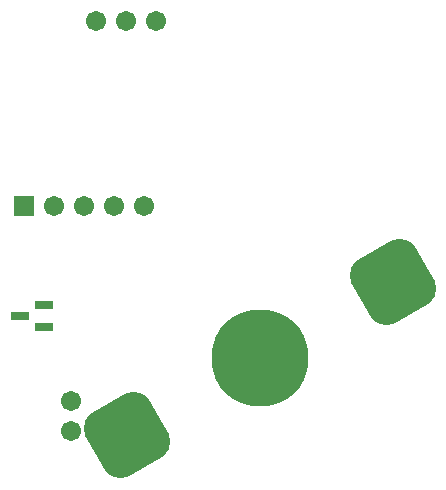
<source format=gbs>
%FSLAX44Y44*%
%MOMM*%
G71*
G01*
G75*
G04 Layer_Color=16711935*
%ADD10C,1.5000*%
%ADD11R,0.8000X0.9000*%
%ADD12R,0.9000X0.8000*%
%ADD13R,1.0500X0.2500*%
%ADD14R,0.2500X1.0500*%
%ADD15R,2.5000X2.5000*%
%ADD16R,1.5000X1.3000*%
%ADD17R,0.8000X1.1000*%
%ADD18R,1.1000X0.8000*%
G04:AMPARAMS|DCode=19|XSize=2.5mm|YSize=2mm|CornerRadius=0.5mm|HoleSize=0mm|Usage=FLASHONLY|Rotation=0.000|XOffset=0mm|YOffset=0mm|HoleType=Round|Shape=RoundedRectangle|*
%AMROUNDEDRECTD19*
21,1,2.5000,1.0000,0,0,0.0*
21,1,1.5000,2.0000,0,0,0.0*
1,1,1.0000,0.7500,-0.5000*
1,1,1.0000,-0.7500,-0.5000*
1,1,1.0000,-0.7500,0.5000*
1,1,1.0000,0.7500,0.5000*
%
%ADD19ROUNDEDRECTD19*%
%ADD20R,2.0000X1.4000*%
%ADD21O,0.3000X2.1000*%
%ADD22O,2.1000X0.3000*%
%ADD23C,0.5000*%
%ADD24C,0.2000*%
%ADD25C,0.7500*%
%ADD26C,0.3000*%
%ADD27C,0.4000*%
%ADD28C,1.5000*%
%ADD29R,1.5000X1.5000*%
%ADD30C,0.8000*%
%ADD31R,1.3000X0.6000*%
%ADD32C,8.0000*%
G04:AMPARAMS|DCode=33|XSize=6mm|YSize=6mm|CornerRadius=1.5mm|HoleSize=0mm|Usage=FLASHONLY|Rotation=300.000|XOffset=0mm|YOffset=0mm|HoleType=Round|Shape=RoundedRectangle|*
%AMROUNDEDRECTD33*
21,1,6.0000,3.0000,0,0,300.0*
21,1,3.0000,6.0000,0,0,300.0*
1,1,3.0000,-0.5490,-2.0490*
1,1,3.0000,-2.0490,0.5490*
1,1,3.0000,0.5490,2.0490*
1,1,3.0000,2.0490,-0.5490*
%
%ADD33ROUNDEDRECTD33*%
%ADD34R,1.0032X1.1032*%
%ADD35R,1.1032X1.0032*%
%ADD36R,1.2532X0.4532*%
%ADD37R,0.4532X1.2532*%
%ADD38R,2.7032X2.7032*%
%ADD39R,1.7032X1.5032*%
%ADD40R,1.0032X1.3032*%
%ADD41R,1.3032X1.0032*%
G04:AMPARAMS|DCode=42|XSize=2.7032mm|YSize=2.2032mm|CornerRadius=0.6016mm|HoleSize=0mm|Usage=FLASHONLY|Rotation=0.000|XOffset=0mm|YOffset=0mm|HoleType=Round|Shape=RoundedRectangle|*
%AMROUNDEDRECTD42*
21,1,2.7032,1.0000,0,0,0.0*
21,1,1.5000,2.2032,0,0,0.0*
1,1,1.2032,0.7500,-0.5000*
1,1,1.2032,-0.7500,-0.5000*
1,1,1.2032,-0.7500,0.5000*
1,1,1.2032,0.7500,0.5000*
%
%ADD42ROUNDEDRECTD42*%
%ADD43R,2.2032X1.6032*%
%ADD44O,0.5032X2.3032*%
%ADD45O,2.3032X0.5032*%
%ADD46C,1.7032*%
%ADD47R,1.7032X1.7032*%
%ADD48C,1.0032*%
%ADD49R,1.5032X0.8032*%
%ADD50C,8.2032*%
G04:AMPARAMS|DCode=51|XSize=6.2032mm|YSize=6.2032mm|CornerRadius=1.6016mm|HoleSize=0mm|Usage=FLASHONLY|Rotation=300.000|XOffset=0mm|YOffset=0mm|HoleType=Round|Shape=RoundedRectangle|*
%AMROUNDEDRECTD51*
21,1,6.2032,3.0000,0,0,300.0*
21,1,3.0000,6.2032,0,0,300.0*
1,1,3.2032,-0.5490,-2.0490*
1,1,3.2032,-2.0490,0.5490*
1,1,3.2032,0.5490,2.0490*
1,1,3.2032,2.0490,-0.5490*
%
%ADD51ROUNDEDRECTD51*%
D46*
X868000Y843600D02*
D03*
Y869000D02*
D03*
X914600Y1190600D02*
D03*
X940000D02*
D03*
X889200D02*
D03*
X853400Y1034000D02*
D03*
X878800D02*
D03*
X904200D02*
D03*
X929600D02*
D03*
D47*
X828000D02*
D03*
D48*
X890000Y849000D02*
D03*
X933000D02*
D03*
X1131000Y964000D02*
D03*
D49*
X824500Y941000D02*
D03*
X845500Y931500D02*
D03*
Y950500D02*
D03*
D50*
X1028000Y905000D02*
D03*
D51*
X1140583Y970000D02*
D03*
X915417Y840000D02*
D03*
M02*

</source>
